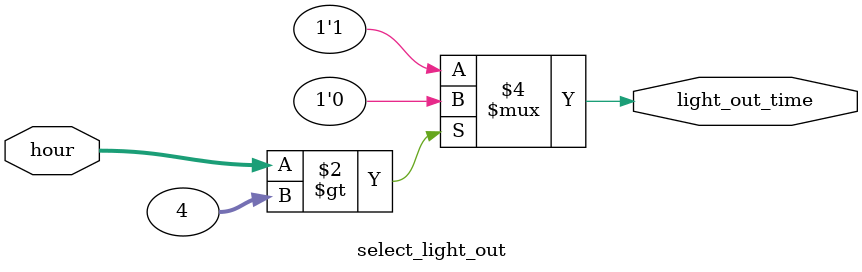
<source format=v>
module hh_mm_Digital_Clock(reset, CLK_min_freq, light_out_time,seven_seg_1stMin, seven_seg_2ndMin, seven_seg_1sthour, seven_seg_2ndhour);
																						// made by Min
input CLK_min_freq, reset;										

output [6:0] seven_seg_1stMin;
output [6:0] seven_seg_2ndMin;
output [6:0] seven_seg_1sthour; 
output [6:0] seven_seg_2ndhour;
output light_out_time;             
                                                            
wire [3:0] min1st;
wire [2:0] min2nd;
wire [4:0] hour;
		
wire ten_min_CLK; 		
wire hour_CLK;	

wire [7:0] bcdMin;
wire [7:0] bcdHour;						


counter #(10, 4) r4(.clk(CLK_min_freq), .rst(reset), .count_out(min1st), .carry_out(ten_min_CLK));
counter #(6, 3) r5(.clk(ten_min_CLK), .rst(reset), .count_out(min2nd), .carry_out(hour_CLK));
counter #(24, 5) r6(.clk(hour_CLK), .rst(reset), .count_out(hour));

select_light_out s1(hour, light_out_time);


bin_to_bcd r8({1'b0,hour}, bcdHour);																			

bcd_to_7segment_decoder B3(min1st, 1'b0, seven_seg_1stMin);
bcd_to_7segment_decoder B4({1'b0, min2nd}, 1'b0, seven_seg_2ndMin);

bcd_to_7segment_decoder B5(bcdHour[3:0], 1'b0, seven_seg_1sthour);
bcd_to_7segment_decoder B6(bcdHour[7:4], 1'b1, seven_seg_2ndhour);						



endmodule


module select_light_out(hour, light_out_time);
input [4:0]hour;
output reg light_out_time;
always @ (hour)
	begin
		if(hour>4)
			begin
				light_out_time <= 0;
			end
		else
			begin
				light_out_time <= 1;
			end
	end
endmodule	



</source>
